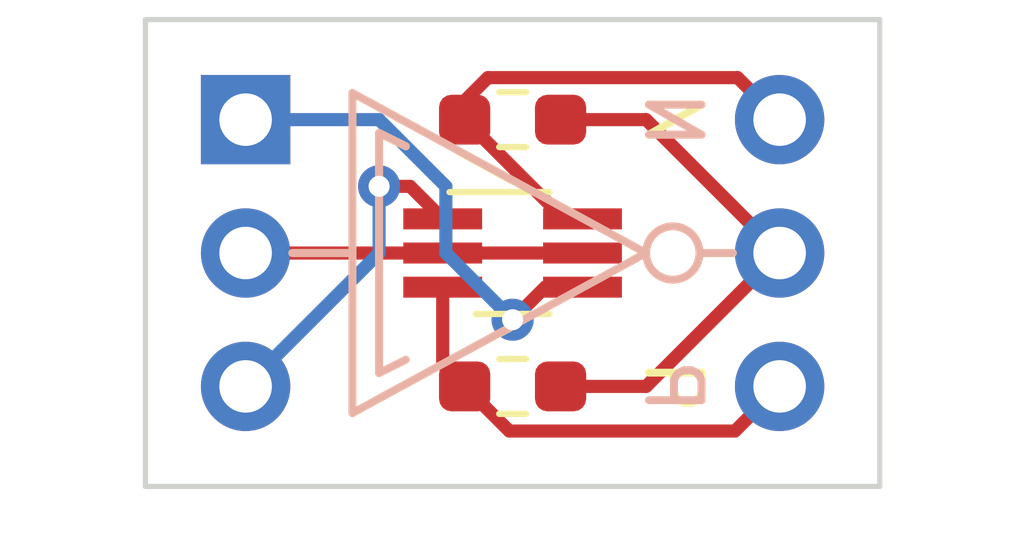
<source format=kicad_pcb>
(kicad_pcb (version 20211014) (generator pcbnew)
  (layers (0 "F.Cu" signal) (31 "B.Cu" signal) (34 "B.Paste" user) (35 "F.Paste" user) (36 "B.SilkS" user "B.Silkscreen") (37 "F.SilkS" user "F.Silkscreen") (38 "B.Mask" user) (39 "F.Mask" user) (44 "Edge.Cuts" user))
  (net 0 "")
  (net 1 "VDD")
  (net 2 "In")
  (net 3 "VSS")
  (net 4 "Nti")
  (net 5 "Out")
  (net 6 "Pti")
  (footprint "Resistor_SMD:R_0603_1608Metric_Pad0.98x0.95mm_HandSolder" (layer "F.Cu") (at 129.54 88.9)
    (fp_text reference "R1" hide)
    (fp_text value "12k")
    (fp_line (start -0.254724 -0.5225) (end 0.254724 -0.5225) (layer "F.SilkS") (width 0.12))
    (fp_line (start -0.254724 0.5225) (end 0.254724 0.5225) (layer "F.SilkS") (width 0.12))
    (pad "1" smd roundrect (at -0.9125 0) (size 0.975 0.95) (layers "F.Cu" "F.Paste" "F.Mask") (net 6 "Pti"))
    (pad "2" smd roundrect (at 0.9125 0) (size 0.975 0.95) (layers "F.Cu" "F.Paste" "F.Mask") (net 5 "Out"))
  )
  (footprint "Tritium:PinHeader_1x03_P2.54mm_Vertical_NoSilkscreen" (layer "F.Cu") (at 134.62 83.82)
    (fp_text reference "J2" hide)
    (fp_text value "Conn_01x03")
    (pad "1" thru_hole circle (at 0 0) (size 1.7 1.7) (drill 1) (layers *.Cu *.Mask) (net 4 "Nti"))
    (pad "2" thru_hole oval (at 0 2.54) (size 1.7 1.7) (drill 1) (layers *.Cu *.Mask) (net 5 "Out"))
    (pad "3" thru_hole oval (at 0 5.08) (size 1.7 1.7) (drill 1) (layers *.Cu *.Mask) (net 6 "Pti"))
  )
  (footprint "Resistor_SMD:R_0603_1608Metric_Pad0.98x0.95mm_HandSolder" (layer "F.Cu") (at 129.54 83.82 180)
    (fp_text reference "R2" hide)
    (fp_text value "12k")
    (fp_line (start -0.254724 -0.5225) (end 0.254724 -0.5225) (layer "F.SilkS") (width 0.12))
    (fp_line (start -0.254724 0.5225) (end 0.254724 0.5225) (layer "F.SilkS") (width 0.12))
    (pad "1" smd roundrect (at -0.9125 0 180) (size 0.975 0.95) (layers "F.Cu" "F.Paste" "F.Mask") (net 5 "Out"))
    (pad "2" smd roundrect (at 0.9125 0 180) (size 0.975 0.95) (layers "F.Cu" "F.Paste" "F.Mask") (net 4 "Nti"))
  )
  (footprint "Package_TO_SOT_SMD:SOT-363_SC-70-6_Handsoldering" (layer "F.Cu") (at 129.54 86.36)
    (fp_text reference "Q1" hide)
    (fp_text value "BSS8402DW-7-F")
    (fp_line (start 0.7 -1.16) (end -1.2 -1.16) (layer "F.SilkS") (width 0.12))
    (fp_line (start -0.7 1.16) (end 0.7 1.16) (layer "F.SilkS") (width 0.12))
    (pad "1" smd rect (at -1.33 -0.65) (size 1.5 0.4) (layers "F.Cu" "F.Paste" "F.Mask") (net 3 "VSS"))
    (pad "2" smd rect (at -1.33 0) (size 1.5 0.4) (layers "F.Cu" "F.Paste" "F.Mask") (net 2 "In"))
    (pad "3" smd rect (at -1.33 0.65) (size 1.5 0.4) (layers "F.Cu" "F.Paste" "F.Mask") (net 6 "Pti"))
    (pad "4" smd rect (at 1.33 0.65) (size 1.5 0.4) (layers "F.Cu" "F.Paste" "F.Mask") (net 1 "VDD"))
    (pad "5" smd rect (at 1.33 0) (size 1.5 0.4) (layers "F.Cu" "F.Paste" "F.Mask") (net 2 "In"))
    (pad "6" smd rect (at 1.33 -0.65) (size 1.5 0.4) (layers "F.Cu" "F.Paste" "F.Mask") (net 4 "Nti"))
  )
  (footprint "Tritium:PinHeader_1x03_P2.54mm_Vertical_NoSilkscreen" (layer "F.Cu") (at 124.46 83.82)
    (fp_text reference "J1" hide)
    (fp_text value "Conn_01x03")
    (pad "1" thru_hole rect (at 0 0) (size 1.7 1.7) (drill 1) (layers *.Cu *.Mask) (net 1 "VDD"))
    (pad "2" thru_hole oval (at 0 2.54) (size 1.7 1.7) (drill 1) (layers *.Cu *.Mask) (net 2 "In"))
    (pad "3" thru_hole oval (at 0 5.08) (size 1.7 1.7) (drill 1) (layers *.Cu *.Mask) (net 3 "VSS"))
  )
  (gr_line (start 126.492 83.312) (end 126.492 89.408) (layer "B.SilkS") (width 0.15))
  (gr_line (start 126.492 83.312) (end 132.08 86.36) (layer "B.SilkS") (width 0.15))
  (gr_line (start 126.492 89.408) (end 132.08 86.36) (layer "B.SilkS") (width 0.15))
  (gr_line (start 127 84.074) (end 127 88.646) (layer "B.SilkS") (width 0.15))
  (gr_line (start 125.349 86.36) (end 126.4962 86.36) (layer "B.SilkS") (width 0.15))
  (gr_line (start 133.096 86.36) (end 133.731 86.36) (layer "B.SilkS") (width 0.15))
  (gr_line (start 127 88.646) (end 127.508 88.392) (layer "B.SilkS") (width 0.15))
  (gr_line (start 127.508 84.328) (end 127 84.074) (layer "B.SilkS") (width 0.15))
  (gr_circle (center 132.588 86.36) (end 132.08 86.36) (layer "B.SilkS") (width 0.15) (fill none))
  (gr_line (start 133.731 86.36) (end 133.096 86.36) (layer "F.SilkS") (width 0.15))
  (gr_line (start 127 84.074) (end 127 88.646) (layer "F.SilkS") (width 0.15))
  (gr_line (start 126.492 83.312) (end 126.492 89.408) (layer "F.SilkS") (width 0.15))
  (gr_line (start 126.4962 86.36) (end 125.349 86.36) (layer "F.SilkS") (width 0.15))
  (gr_line (start 128.524 84.4296) (end 129.54 84.9884) (layer "F.SilkS") (width 0.15))
  (gr_line (start 128.7272 88.1888) (end 129.4892 87.7824) (layer "F.SilkS") (width 0.15))
  (gr_line (start 126.492 83.312) (end 127.889 84.074) (layer "F.SilkS") (width 0.15))
  (gr_circle (center 132.588 86.36) (end 132.08 86.36) (layer "F.SilkS") (width 0.15) (fill none))
  (gr_line (start 127 88.646) (end 127.508 88.392) (layer "F.SilkS") (width 0.15))
  (gr_line (start 132.08 86.36) (end 131.826 86.487) (layer "F.SilkS") (width 0.15))
  (gr_line (start 132.08 86.36) (end 131.826 86.233) (layer "F.SilkS") (width 0.15))
  (gr_line (start 127 84.074) (end 127.508 84.328) (layer "F.SilkS") (width 0.15))
  (gr_line (start 126.492 89.408) (end 127.889 88.646) (layer "F.SilkS") (width 0.15))
  (gr_line (start 136.525 81.915) (end 122.555 81.915) (layer "Edge.Cuts") (width 0.1))
  (gr_line (start 122.555 90.805) (end 136.525 90.805) (layer "Edge.Cuts") (width 0.1))
  (gr_line (start 136.525 90.805) (end 136.525 81.915) (layer "Edge.Cuts") (width 0.1))
  (gr_line (start 122.555 81.915) (end 122.555 90.805) (layer "Edge.Cuts") (width 0.1))
  (gr_text "N" (at 132.588 83.82 270) (layer "B.SilkS") (effects (font (size 1 1)) (justify mirror)))
  (gr_text "P" (at 132.588 88.9 270) (layer "B.SilkS") (effects (font (size 1 1)) (justify mirror)))
  (gr_text "N" (at 132.588 83.82 270) (layer "F.SilkS") (effects (font (size 1 1))))
  (gr_text "P" (at 132.588 88.9 270) (layer "F.SilkS") (effects (font (size 1 1))))
  (segment (start 130.87 87.01) (end 130.16 87.01) (width 0.25) (layer "F.Cu") (net 1))
  (segment (start 130.16 87.01) (end 129.54 87.63) (width 0.25) (layer "F.Cu") (net 1))
  (via (at 129.54 87.63) (size 0.8) (drill 0.4) (layers "F.Cu" "B.Cu") (net 1))
  (segment (start 128.27 86.36) (end 128.27 85.09) (width 0.25) (layer "B.Cu") (net 1))
  (segment (start 129.54 87.63) (end 128.27 86.36) (width 0.25) (layer "B.Cu") (net 1))
  (segment (start 127 83.82) (end 124.46 83.82) (width 0.25) (layer "B.Cu") (net 1))
  (segment (start 128.27 85.09) (end 127 83.82) (width 0.25) (layer "B.Cu") (net 1))
  (segment (start 128.21 86.36) (end 130.87 86.36) (width 0.25) (layer "F.Cu") (net 2))
  (segment (start 124.46 86.36) (end 128.21 86.36) (width 0.25) (layer "F.Cu") (net 2))
  (segment (start 128.21 85.71) (end 127.59 85.09) (width 0.25) (layer "F.Cu") (net 3))
  (segment (start 127.59 85.09) (end 127 85.09) (width 0.25) (layer "F.Cu") (net 3))
  (via (at 127 85.09) (size 0.8) (drill 0.4) (layers "F.Cu" "B.Cu") (net 3))
  (segment (start 127 86.36) (end 124.46 88.9) (width 0.25) (layer "B.Cu") (net 3))
  (segment (start 127 85.09) (end 127 86.36) (width 0.25) (layer "B.Cu") (net 3))
  (segment (start 133.82 83.02) (end 134.62 83.82) (width 0.25) (layer "F.Cu") (net 4))
  (segment (start 128.6275 83.4625) (end 129.07 83.02) (width 0.25) (layer "F.Cu") (net 4))
  (segment (start 128.6275 83.82) (end 130.5175 85.71) (width 0.25) (layer "F.Cu") (net 4))
  (segment (start 128.6275 83.82) (end 128.6275 83.4625) (width 0.25) (layer "F.Cu") (net 4))
  (segment (start 129.07 83.02) (end 133.82 83.02) (width 0.25) (layer "F.Cu") (net 4))
  (segment (start 130.5175 85.71) (end 130.87 85.71) (width 0.25) (layer "F.Cu") (net 4))
  (segment (start 132.08 83.82) (end 134.62 86.36) (width 0.25) (layer "F.Cu") (net 5))
  (segment (start 130.4525 88.9) (end 132.08 88.9) (width 0.25) (layer "F.Cu") (net 5))
  (segment (start 132.08 88.9) (end 134.62 86.36) (width 0.25) (layer "F.Cu") (net 5))
  (segment (start 130.4525 83.82) (end 132.08 83.82) (width 0.25) (layer "F.Cu") (net 5))
  (segment (start 128.21 88.4825) (end 128.6275 88.9) (width 0.25) (layer "F.Cu") (net 6))
  (segment (start 128.6275 88.9) (end 129.4775 89.75) (width 0.25) (layer "F.Cu") (net 6))
  (segment (start 129.4775 89.75) (end 133.77 89.75) (width 0.25) (layer "F.Cu") (net 6))
  (segment (start 133.77 89.75) (end 134.62 88.9) (width 0.25) (layer "F.Cu") (net 6))
  (segment (start 128.21 87.01) (end 128.21 88.4825) (width 0.25) (layer "F.Cu") (net 6))
)
</source>
